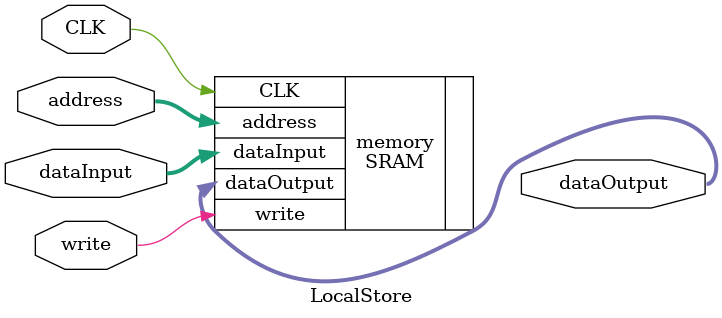
<source format=v>
`timescale 1ns / 1ps
/*
 * For Storage within each PE block
 * controlled by LocalStoreController
 */

module LocalStore #(parameter
        A = 7,
        W = 16
    )(
        input [W-1:0] dataInput,
        input [A-1:0] address,
        output [W-1:0] dataOutput,
        input write,
        input CLK
    );

    SRAM #(.A(A),.W(W)) memory(
        .address(address),
        .dataInput(dataInput),
        .dataOutput(dataOutput),
        .write(write),
        .CLK(CLK)
    );

endmodule

</source>
